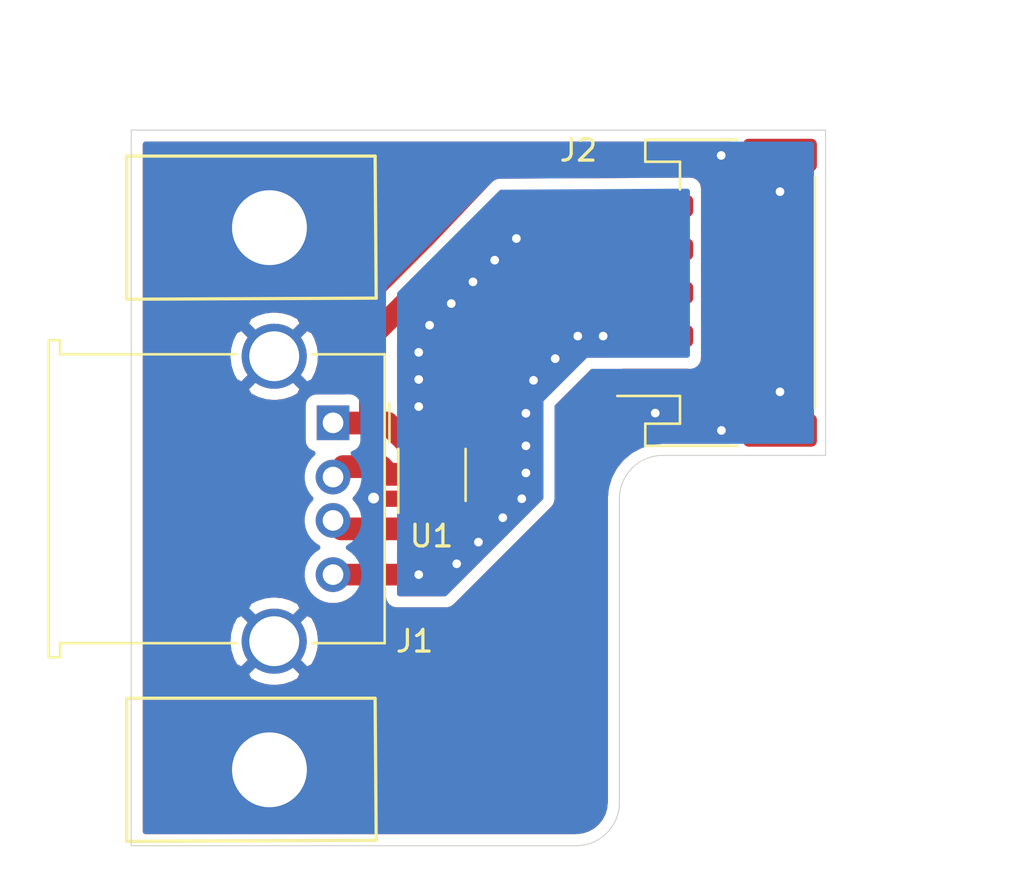
<source format=kicad_pcb>
(kicad_pcb (version 20171130) (host pcbnew "(5.1.9)-1")

  (general
    (thickness 1.6)
    (drawings 10)
    (tracks 72)
    (zones 0)
    (modules 5)
    (nets 6)
  )

  (page A4)
  (layers
    (0 F.Cu signal)
    (31 B.Cu signal)
    (32 B.Adhes user)
    (33 F.Adhes user)
    (34 B.Paste user)
    (35 F.Paste user)
    (36 B.SilkS user)
    (37 F.SilkS user)
    (38 B.Mask user)
    (39 F.Mask user)
    (40 Dwgs.User user)
    (41 Cmts.User user)
    (42 Eco1.User user)
    (43 Eco2.User user)
    (44 Edge.Cuts user)
    (45 Margin user)
    (46 B.CrtYd user)
    (47 F.CrtYd user)
    (48 B.Fab user)
    (49 F.Fab user)
  )

  (setup
    (last_trace_width 0.25)
    (trace_clearance 0.2)
    (zone_clearance 0.508)
    (zone_45_only no)
    (trace_min 0.2)
    (via_size 0.8)
    (via_drill 0.4)
    (via_min_size 0.4)
    (via_min_drill 0.3)
    (uvia_size 0.3)
    (uvia_drill 0.1)
    (uvias_allowed no)
    (uvia_min_size 0.2)
    (uvia_min_drill 0.1)
    (edge_width 0.05)
    (segment_width 0.2)
    (pcb_text_width 0.3)
    (pcb_text_size 1.5 1.5)
    (mod_edge_width 0.12)
    (mod_text_size 1 1)
    (mod_text_width 0.15)
    (pad_size 5 5)
    (pad_drill 3.45)
    (pad_to_mask_clearance 0)
    (aux_axis_origin 0 0)
    (visible_elements 7FFFFFFF)
    (pcbplotparams
      (layerselection 0x010fc_ffffffff)
      (usegerberextensions false)
      (usegerberattributes true)
      (usegerberadvancedattributes true)
      (creategerberjobfile true)
      (excludeedgelayer true)
      (linewidth 0.100000)
      (plotframeref false)
      (viasonmask false)
      (mode 1)
      (useauxorigin false)
      (hpglpennumber 1)
      (hpglpenspeed 20)
      (hpglpendiameter 15.000000)
      (psnegative false)
      (psa4output false)
      (plotreference true)
      (plotvalue true)
      (plotinvisibletext false)
      (padsonsilk false)
      (subtractmaskfromsilk false)
      (outputformat 1)
      (mirror false)
      (drillshape 0)
      (scaleselection 1)
      (outputdirectory "plot/"))
  )

  (net 0 "")
  (net 1 GND)
  (net 2 Earth)
  (net 3 /D+)
  (net 4 /D-)
  (net 5 VBUS)

  (net_class Default "This is the default net class."
    (clearance 0.2)
    (trace_width 0.25)
    (via_dia 0.8)
    (via_drill 0.4)
    (uvia_dia 0.3)
    (uvia_drill 0.1)
    (add_net /D+)
    (add_net /D-)
    (add_net Earth)
    (add_net GND)
    (add_net VBUS)
  )

  (module Connector_JST:JST_PH_S5B-PH-SM4-TB_1x05-1MP_P2.00mm_Horizontal (layer F.Cu) (tedit 5B78AD87) (tstamp 6063414C)
    (at 115.5 67 90)
    (descr "JST PH series connector, S5B-PH-SM4-TB (http://www.jst-mfg.com/product/pdf/eng/ePH.pdf), generated with kicad-footprint-generator")
    (tags "connector JST PH top entry")
    (path /6063376C)
    (attr smd)
    (fp_text reference J2 (at 6.57 -6.39 180) (layer F.SilkS)
      (effects (font (size 1 1) (thickness 0.15)))
    )
    (fp_text value Conn_01x05_MountingPin (at 0 4.45 90) (layer F.Fab)
      (effects (font (size 1 1) (thickness 0.15)))
    )
    (fp_line (start -6.95 -3.2) (end -6.15 -3.2) (layer F.Fab) (width 0.1))
    (fp_line (start -6.15 -3.2) (end -6.15 -1.6) (layer F.Fab) (width 0.1))
    (fp_line (start -6.15 -1.6) (end 6.15 -1.6) (layer F.Fab) (width 0.1))
    (fp_line (start 6.15 -1.6) (end 6.15 -3.2) (layer F.Fab) (width 0.1))
    (fp_line (start 6.15 -3.2) (end 6.95 -3.2) (layer F.Fab) (width 0.1))
    (fp_line (start -7.06 0.94) (end -7.06 -3.31) (layer F.SilkS) (width 0.12))
    (fp_line (start -7.06 -3.31) (end -6.04 -3.31) (layer F.SilkS) (width 0.12))
    (fp_line (start -6.04 -3.31) (end -6.04 -1.71) (layer F.SilkS) (width 0.12))
    (fp_line (start -6.04 -1.71) (end -4.76 -1.71) (layer F.SilkS) (width 0.12))
    (fp_line (start -4.76 -1.71) (end -4.76 -4.6) (layer F.SilkS) (width 0.12))
    (fp_line (start 7.06 0.94) (end 7.06 -3.31) (layer F.SilkS) (width 0.12))
    (fp_line (start 7.06 -3.31) (end 6.04 -3.31) (layer F.SilkS) (width 0.12))
    (fp_line (start 6.04 -3.31) (end 6.04 -1.71) (layer F.SilkS) (width 0.12))
    (fp_line (start 6.04 -1.71) (end 4.76 -1.71) (layer F.SilkS) (width 0.12))
    (fp_line (start -5.34 4.51) (end 5.34 4.51) (layer F.SilkS) (width 0.12))
    (fp_line (start -6.95 4.4) (end 6.95 4.4) (layer F.Fab) (width 0.1))
    (fp_line (start -6.95 -3.2) (end -6.95 4.4) (layer F.Fab) (width 0.1))
    (fp_line (start 6.95 -3.2) (end 6.95 4.4) (layer F.Fab) (width 0.1))
    (fp_line (start -7.6 -5.1) (end -7.6 5.1) (layer F.CrtYd) (width 0.05))
    (fp_line (start -7.6 5.1) (end 7.6 5.1) (layer F.CrtYd) (width 0.05))
    (fp_line (start 7.6 5.1) (end 7.6 -5.1) (layer F.CrtYd) (width 0.05))
    (fp_line (start 7.6 -5.1) (end -7.6 -5.1) (layer F.CrtYd) (width 0.05))
    (fp_line (start -4.5 -1.6) (end -4 -0.892893) (layer F.Fab) (width 0.1))
    (fp_line (start -4 -0.892893) (end -3.5 -1.6) (layer F.Fab) (width 0.1))
    (fp_text user %R (at 0 -1 90) (layer F.Fab)
      (effects (font (size 1 1) (thickness 0.15)))
    )
    (pad 1 smd roundrect (at -4 -2.85 90) (size 1 3.5) (layers F.Cu F.Paste F.Mask) (roundrect_rratio 0.25)
      (net 2 Earth))
    (pad 2 smd roundrect (at -2 -2.85 90) (size 1 3.5) (layers F.Cu F.Paste F.Mask) (roundrect_rratio 0.25)
      (net 1 GND))
    (pad 3 smd roundrect (at 0 -2.85 90) (size 1 3.5) (layers F.Cu F.Paste F.Mask) (roundrect_rratio 0.25)
      (net 3 /D+))
    (pad 4 smd roundrect (at 2 -2.85 90) (size 1 3.5) (layers F.Cu F.Paste F.Mask) (roundrect_rratio 0.25)
      (net 4 /D-))
    (pad 5 smd roundrect (at 4 -2.85 90) (size 1 3.5) (layers F.Cu F.Paste F.Mask) (roundrect_rratio 0.25)
      (net 5 VBUS))
    (pad MP smd roundrect (at -6.35 2.9 90) (size 1.5 3.4) (layers F.Cu F.Paste F.Mask) (roundrect_rratio 0.1666666666666667)
      (net 2 Earth))
    (pad MP smd roundrect (at 6.35 2.9 90) (size 1.5 3.4) (layers F.Cu F.Paste F.Mask) (roundrect_rratio 0.1666666666666667)
      (net 2 Earth))
    (model ${KISYS3DMOD}/Connector_JST.3dshapes/JST_PH_S5B-PH-SM4-TB_1x05-1MP_P2.00mm_Horizontal.wrl
      (at (xyz 0 0 0))
      (scale (xyz 1 1 1))
      (rotate (xyz 0 0 0))
    )
    (model ${KISYS3DMOD}/Connector_JST.3dshapes/JST_PH_S5B-PH-K_1x05_P2.00mm_Horizontal.step
      (offset (xyz -4 2 0))
      (scale (xyz 1 1 1))
      (rotate (xyz 0 0 0))
    )
  )

  (module si-mips-common:NXP_SOT143B (layer F.Cu) (tedit 605CC2AC) (tstamp 6081B373)
    (at 102.36 75.4 90)
    (descr SOT-143)
    (tags SOT-143)
    (path /60821172)
    (attr smd)
    (fp_text reference U1 (at -2.82 -0.02) (layer F.SilkS)
      (effects (font (size 1 1) (thickness 0.15)))
    )
    (fp_text value PRTR5V0U2X (at -0.28 2.48 90) (layer F.Fab)
      (effects (font (size 1 1) (thickness 0.15)))
    )
    (fp_line (start -2.05 1.75) (end -2.05 -1.75) (layer F.CrtYd) (width 0.05))
    (fp_line (start -2.05 1.75) (end 2.05 1.75) (layer F.CrtYd) (width 0.05))
    (fp_line (start 2.05 -1.75) (end -2.05 -1.75) (layer F.CrtYd) (width 0.05))
    (fp_line (start 2.05 -1.75) (end 2.05 1.75) (layer F.CrtYd) (width 0.05))
    (fp_line (start 1.2 -1.5) (end 1.2 1.5) (layer F.Fab) (width 0.1))
    (fp_line (start 1.2 1.5) (end -1.2 1.5) (layer F.Fab) (width 0.1))
    (fp_line (start -1.2 1.5) (end -1.2 -1) (layer F.Fab) (width 0.1))
    (fp_line (start -0.7 -1.5) (end 1.2 -1.5) (layer F.Fab) (width 0.1))
    (fp_line (start -1.2 -1) (end -0.7 -1.5) (layer F.Fab) (width 0.1))
    (fp_line (start 1.2 -1.55) (end -1.75 -1.55) (layer F.SilkS) (width 0.12))
    (fp_line (start -1.2 1.55) (end 1.2 1.55) (layer F.SilkS) (width 0.12))
    (fp_text user %R (at 0 0) (layer F.Fab)
      (effects (font (size 0.5 0.5) (thickness 0.075)))
    )
    (pad 1 smd rect (at -1.1 -0.77) (size 1 0.7) (layers F.Cu F.Paste F.Mask)
      (net 2 Earth))
    (pad 2 smd rect (at -1.1 0.95) (size 0.6 0.7) (layers F.Cu F.Paste F.Mask)
      (net 3 /D+))
    (pad 3 smd rect (at 1.1 0.95) (size 0.6 0.7) (layers F.Cu F.Paste F.Mask)
      (net 4 /D-))
    (pad 4 smd rect (at 1.1 -0.95) (size 0.6 0.7) (layers F.Cu F.Paste F.Mask)
      (net 5 VBUS))
    (model ${KISYS3DMOD}/Package_TO_SOT_SMD.3dshapes/SOT-143.wrl
      (at (xyz 0 0 0))
      (scale (xyz 1 1 1))
      (rotate (xyz 0 0 0))
    )
  )

  (module Connector_USB:USB_A_Molex_67643_Horizontal (layer F.Cu) (tedit 5EA03975) (tstamp 6063346A)
    (at 97.8 73 270)
    (descr "USB type A, Horizontal, https://www.molex.com/pdm_docs/sd/676433910_sd.pdf")
    (tags "USB_A Female Connector receptacle")
    (path /60632DC5)
    (fp_text reference J1 (at 10.07 -3.76) (layer F.SilkS)
      (effects (font (size 1 1) (thickness 0.15)))
    )
    (fp_text value USB_A (at 3.5 14.5 90) (layer F.Fab)
      (effects (font (size 1 1) (thickness 0.15)))
    )
    (fp_line (start 0 -1.27) (end 1 -2.27) (layer F.Fab) (width 0.1))
    (fp_line (start -1 -2.27) (end 0 -1.27) (layer F.Fab) (width 0.1))
    (fp_line (start -0.9 -2.6) (end 0.9 -2.6) (layer F.SilkS) (width 0.12))
    (fp_line (start -3.05 12.69) (end -3.7 12.69) (layer F.Fab) (width 0.1))
    (fp_line (start 10.81 12.58) (end 10.16 12.58) (layer F.SilkS) (width 0.12))
    (fp_line (start -3.81 12.58) (end -3.81 13.1) (layer F.SilkS) (width 0.12))
    (fp_line (start 10.16 4.47) (end 10.16 12.58) (layer F.SilkS) (width 0.12))
    (fp_line (start -3.81 13.1) (end 10.81 13.1) (layer F.SilkS) (width 0.12))
    (fp_line (start 10.81 13.1) (end 10.81 12.58) (layer F.SilkS) (width 0.12))
    (fp_line (start -3.05 12.69) (end -3.05 -2.27) (layer F.Fab) (width 0.1))
    (fp_line (start 10.16 -2.38) (end 10.16 0.95) (layer F.SilkS) (width 0.12))
    (fp_line (start -3.16 -2.38) (end -3.16 0.95) (layer F.SilkS) (width 0.12))
    (fp_line (start -3.16 -2.38) (end 10.16 -2.38) (layer F.SilkS) (width 0.12))
    (fp_line (start -3.55 12.19) (end -3.55 4.66) (layer F.CrtYd) (width 0.05))
    (fp_line (start -4.2 12.19) (end -3.55 12.19) (layer F.CrtYd) (width 0.05))
    (fp_line (start -4.2 13.49) (end -4.2 12.19) (layer F.CrtYd) (width 0.05))
    (fp_line (start 10.55 12.19) (end 10.55 4.66) (layer F.CrtYd) (width 0.05))
    (fp_line (start 11.2 12.19) (end 10.55 12.19) (layer F.CrtYd) (width 0.05))
    (fp_line (start 11.2 13.49) (end 11.2 12.19) (layer F.CrtYd) (width 0.05))
    (fp_line (start -4.2 13.49) (end 11.2 13.49) (layer F.CrtYd) (width 0.05))
    (fp_line (start -3.55 -2.77) (end -3.55 0.76) (layer F.CrtYd) (width 0.05))
    (fp_line (start 10.55 -2.77) (end 10.55 0.76) (layer F.CrtYd) (width 0.05))
    (fp_line (start -3.55 -2.77) (end 10.55 -2.77) (layer F.CrtYd) (width 0.05))
    (fp_line (start -3.05 9.27) (end 10.05 9.27) (layer F.Fab) (width 0.1))
    (fp_line (start 10.7 12.69) (end 10.05 12.69) (layer F.Fab) (width 0.1))
    (fp_line (start 10.7 12.99) (end 10.7 12.69) (layer F.Fab) (width 0.1))
    (fp_line (start -3.7 12.99) (end 10.7 12.99) (layer F.Fab) (width 0.1))
    (fp_line (start -3.7 12.69) (end -3.7 12.99) (layer F.Fab) (width 0.1))
    (fp_line (start -3.16 12.58) (end -3.81 12.58) (layer F.SilkS) (width 0.12))
    (fp_line (start -3.16 12.58) (end -3.16 4.47) (layer F.SilkS) (width 0.12))
    (fp_line (start 10.05 -2.27) (end 10.05 12.69) (layer F.Fab) (width 0.1))
    (fp_line (start -3.05 -2.27) (end 10.05 -2.27) (layer F.Fab) (width 0.1))
    (fp_arc (start 10.07 2.71) (end 10.55 4.66) (angle -152.3426981) (layer F.CrtYd) (width 0.05))
    (fp_arc (start -3.07 2.71) (end -3.55 0.76) (angle -152.3426981) (layer F.CrtYd) (width 0.05))
    (fp_text user %R (at 3.5 3.7 90) (layer F.Fab)
      (effects (font (size 1 1) (thickness 0.15)))
    )
    (pad 4 thru_hole circle (at 7 0 270) (size 1.6 1.6) (drill 0.95) (layers *.Cu *.Mask)
      (net 1 GND))
    (pad 3 thru_hole circle (at 4.5 0 270) (size 1.6 1.6) (drill 0.95) (layers *.Cu *.Mask)
      (net 3 /D+))
    (pad 2 thru_hole circle (at 2.5 0 270) (size 1.6 1.6) (drill 0.95) (layers *.Cu *.Mask)
      (net 4 /D-))
    (pad 1 thru_hole rect (at 0 0 270) (size 1.6 1.5) (drill 0.95) (layers *.Cu *.Mask)
      (net 5 VBUS))
    (pad 5 thru_hole circle (at 10.07 2.71 270) (size 3 3) (drill 2.3) (layers *.Cu *.Mask)
      (net 2 Earth))
    (pad 5 thru_hole circle (at -3.07 2.71 270) (size 3 3) (drill 2.3) (layers *.Cu *.Mask)
      (net 2 Earth))
    (model ${KIPRJMOD}/step/molex-usb-a-676433910.stp
      (offset (xyz 3.5 2.25 0.57))
      (scale (xyz 1 1 1))
      (rotate (xyz -90 0 0))
    )
  )

  (module si-mips-usb-a-if:keystone-616 (layer F.Cu) (tedit 6063AF79) (tstamp 6063A4A2)
    (at 88.14 64 270)
    (zone_connect 2)
    (fp_text reference H1 (at 0.1 -12.66 270) (layer F.SilkS) hide
      (effects (font (size 1 1) (thickness 0.15)))
    )
    (fp_text value keystone-616 (at 0 4.5 90) (layer F.Fab)
      (effects (font (size 1 1) (thickness 0.15)))
    )
    (fp_line (start -3.3 -0.15) (end 3.3 -0.15) (layer F.SilkS) (width 0.15))
    (fp_line (start -3.3 -11.6) (end -3.3 -0.15) (layer F.SilkS) (width 0.15))
    (fp_line (start 3.25 -11.65) (end -3.3 -11.6) (layer F.SilkS) (width 0.15))
    (fp_line (start 3.3 -0.15) (end 3.25 -11.65) (layer F.SilkS) (width 0.15))
    (fp_line (start -3.15 -1.2) (end 3.15 -1.2) (layer Dwgs.User) (width 0.12))
    (fp_line (start -3.175 0) (end 3.175 0) (layer F.Fab) (width 0.12))
    (fp_line (start -3.175 -11.51) (end -3.175 0) (layer F.Fab) (width 0.12))
    (fp_line (start 3.175 -11.51) (end 3.175 0) (layer F.Fab) (width 0.12))
    (fp_line (start -3.175 -11.51) (end 3.175 -11.51) (layer F.Fab) (width 0.12))
    (fp_text user %R (at 0.3 0 90) (layer F.Fab)
      (effects (font (size 1 1) (thickness 0.15)))
    )
    (pad 1 thru_hole circle (at 0 -6.73 270) (size 5 5) (drill 3.45) (layers *.Cu *.Mask)
      (net 2 Earth) (zone_connect 2))
    (model ${KIPRJMOD}/step/keystone-PN616.STEP
      (offset (xyz 3.175 1.2 1.2))
      (scale (xyz 1 1 1))
      (rotate (xyz 0 90 0))
    )
  )

  (module usb-a-if:keystone-616 (layer F.Cu) (tedit 6063AFAA) (tstamp 6063A470)
    (at 88.14 89 270)
    (zone_connect 2)
    (fp_text reference H2 (at 0 1.87 90) (layer F.SilkS) hide
      (effects (font (size 1 1) (thickness 0.15)))
    )
    (fp_text value keystone-616 (at 0 4.5 90) (layer F.Fab)
      (effects (font (size 1 1) (thickness 0.15)))
    )
    (fp_line (start -3.3 -0.15) (end 3.3 -0.15) (layer F.SilkS) (width 0.15))
    (fp_line (start -3.3 -11.6) (end -3.3 -0.15) (layer F.SilkS) (width 0.15))
    (fp_line (start 3.25 -11.65) (end -3.3 -11.6) (layer F.SilkS) (width 0.15))
    (fp_line (start 3.3 -0.15) (end 3.25 -11.65) (layer F.SilkS) (width 0.15))
    (fp_line (start -3.15 -1.2) (end 3.15 -1.2) (layer Dwgs.User) (width 0.12))
    (fp_line (start -3.175 0) (end 3.175 0) (layer F.Fab) (width 0.12))
    (fp_line (start -3.175 -11.51) (end -3.175 0) (layer F.Fab) (width 0.12))
    (fp_line (start 3.175 -11.51) (end 3.175 0) (layer F.Fab) (width 0.12))
    (fp_line (start -3.175 -11.51) (end 3.175 -11.51) (layer F.Fab) (width 0.12))
    (fp_text user %R (at -0.3 -12.86 90) (layer F.Fab)
      (effects (font (size 1 1) (thickness 0.15)))
    )
    (pad 1 thru_hole circle (at 0 -6.73 270) (size 5 5) (drill 3.45) (layers *.Cu *.Mask)
      (net 2 Earth) (zone_connect 2))
    (model ${KIPRJMOD}/step/keystone-PN616.STEP
      (offset (xyz 3.175 1.2 1.2))
      (scale (xyz 1 1 1))
      (rotate (xyz 0 90 0))
    )
  )

  (gr_arc (start 109 90.5) (end 109 92.5) (angle -90) (layer Edge.Cuts) (width 0.05))
  (dimension 32 (width 0.15) (layer Dwgs.User)
    (gr_text "32.000 mm" (at 104.5 54.2) (layer Dwgs.User)
      (effects (font (size 1 1) (thickness 0.15)))
    )
    (feature1 (pts (xy 120.5 59.5) (xy 120.5 54.913579)))
    (feature2 (pts (xy 88.5 59.5) (xy 88.5 54.913579)))
    (crossbar (pts (xy 88.5 55.5) (xy 120.5 55.5)))
    (arrow1a (pts (xy 120.5 55.5) (xy 119.373496 56.086421)))
    (arrow1b (pts (xy 120.5 55.5) (xy 119.373496 54.913579)))
    (arrow2a (pts (xy 88.5 55.5) (xy 89.626504 56.086421)))
    (arrow2b (pts (xy 88.5 55.5) (xy 89.626504 54.913579)))
  )
  (gr_arc (start 113 76.5) (end 113 74.5) (angle -90) (layer Edge.Cuts) (width 0.05))
  (gr_line (start 111 76.5) (end 111 90.5) (layer Edge.Cuts) (width 0.05) (tstamp 6063A5A3))
  (gr_line (start 120.5 74.5) (end 113 74.5) (layer Edge.Cuts) (width 0.05))
  (dimension 33 (width 0.15) (layer Dwgs.User)
    (gr_text "33.000 mm" (at 128.3 76 270) (layer Dwgs.User)
      (effects (font (size 1 1) (thickness 0.15)))
    )
    (feature1 (pts (xy 120 92.5) (xy 127.586421 92.5)))
    (feature2 (pts (xy 120 59.5) (xy 127.586421 59.5)))
    (crossbar (pts (xy 127 59.5) (xy 127 92.5)))
    (arrow1a (pts (xy 127 92.5) (xy 126.413579 91.373496)))
    (arrow1b (pts (xy 127 92.5) (xy 127.586421 91.373496)))
    (arrow2a (pts (xy 127 59.5) (xy 126.413579 60.626504)))
    (arrow2b (pts (xy 127 59.5) (xy 127.586421 60.626504)))
  )
  (gr_line (start 88.5 59.5) (end 88.5 92.5) (layer Edge.Cuts) (width 0.05) (tstamp 6063A65C))
  (gr_line (start 109 92.5) (end 88.5 92.5) (layer Edge.Cuts) (width 0.05))
  (gr_line (start 120.5 59.5) (end 120.5 74.5) (layer Edge.Cuts) (width 0.05))
  (gr_line (start 88.5 59.5) (end 120.5 59.5) (layer Edge.Cuts) (width 0.05))

  (segment (start 106.69 76.31) (end 106.5 76.5) (width 1) (layer F.Cu) (net 1))
  (segment (start 103 80) (end 101.75 80) (width 1) (layer F.Cu) (net 1))
  (segment (start 106.69 71.39) (end 106.69 72.56) (width 1) (layer F.Cu) (net 1))
  (segment (start 109.08 69) (end 108.04 70.04) (width 1) (layer F.Cu) (net 1))
  (segment (start 112.65 69) (end 110.25 69) (width 1) (layer F.Cu) (net 1))
  (via (at 106.25 64.5) (size 0.8) (drill 0.4) (layers F.Cu B.Cu) (net 1))
  (via (at 105.25 65.5) (size 0.8) (drill 0.4) (layers F.Cu B.Cu) (net 1))
  (via (at 104.25 66.5) (size 0.8) (drill 0.4) (layers F.Cu B.Cu) (net 1))
  (via (at 103.25 67.5) (size 0.8) (drill 0.4) (layers F.Cu B.Cu) (net 1))
  (via (at 102.25 68.5) (size 0.8) (drill 0.4) (layers F.Cu B.Cu) (net 1))
  (via (at 101.75 69.75) (size 0.8) (drill 0.4) (layers F.Cu B.Cu) (net 1))
  (via (at 101.75 71) (size 0.8) (drill 0.4) (layers F.Cu B.Cu) (net 1))
  (via (at 101.75 72.25) (size 0.8) (drill 0.4) (layers F.Cu B.Cu) (net 1))
  (segment (start 109.08 69) (end 109.08 69) (width 1) (layer F.Cu) (net 1) (tstamp 6081C6BF))
  (via (at 109.08 69) (size 0.8) (drill 0.4) (layers F.Cu B.Cu) (net 1))
  (segment (start 110.25 69) (end 109.08 69) (width 1) (layer F.Cu) (net 1) (tstamp 6081C6C1))
  (via (at 110.25 69) (size 0.8) (drill 0.4) (layers F.Cu B.Cu) (net 1))
  (segment (start 108.04 70.04) (end 107.04 71.04) (width 1) (layer F.Cu) (net 1) (tstamp 6081C6C3))
  (via (at 108.04 70.04) (size 0.8) (drill 0.4) (layers F.Cu B.Cu) (net 1))
  (segment (start 107.04 71.04) (end 106.69 71.39) (width 1) (layer F.Cu) (net 1) (tstamp 6081C6C5))
  (via (at 107.04 71.04) (size 0.8) (drill 0.4) (layers F.Cu B.Cu) (net 1))
  (segment (start 106.69 72.56) (end 106.69 74.06) (width 1) (layer F.Cu) (net 1) (tstamp 6081C6C7))
  (via (at 106.69 72.56) (size 0.8) (drill 0.4) (layers F.Cu B.Cu) (net 1))
  (segment (start 106.69 74.06) (end 106.69 75.31) (width 1) (layer F.Cu) (net 1) (tstamp 6081C6C9))
  (via (at 106.69 74.06) (size 0.8) (drill 0.4) (layers F.Cu B.Cu) (net 1))
  (segment (start 106.69 75.31) (end 106.69 76.31) (width 1) (layer F.Cu) (net 1) (tstamp 6081C6CB))
  (via (at 106.69 75.31) (size 0.8) (drill 0.4) (layers F.Cu B.Cu) (net 1))
  (segment (start 106.5 76.5) (end 105.625 77.375) (width 1) (layer F.Cu) (net 1) (tstamp 6081C6CD))
  (via (at 106.5 76.5) (size 0.8) (drill 0.4) (layers F.Cu B.Cu) (net 1))
  (segment (start 105.625 77.375) (end 104.5 78.5) (width 1) (layer F.Cu) (net 1) (tstamp 6081C6CF))
  (via (at 105.625 77.375) (size 0.8) (drill 0.4) (layers F.Cu B.Cu) (net 1))
  (segment (start 104.5 78.5) (end 103.5 79.5) (width 1) (layer F.Cu) (net 1) (tstamp 6081C6D1))
  (via (at 104.5 78.5) (size 0.8) (drill 0.4) (layers F.Cu B.Cu) (net 1))
  (segment (start 103.5 79.5) (end 103 80) (width 1) (layer F.Cu) (net 1) (tstamp 6081C6D3))
  (via (at 103.5 79.5) (size 0.8) (drill 0.4) (layers F.Cu B.Cu) (net 1))
  (segment (start 101.75 80) (end 99.75 80) (width 1) (layer F.Cu) (net 1) (tstamp 6081C6D5))
  (via (at 101.75 80) (size 0.8) (drill 0.4) (layers F.Cu B.Cu) (net 1))
  (segment (start 99.75 80) (end 97.8 80) (width 1) (layer F.Cu) (net 1) (tstamp 6081C6D7))
  (via (at 118.4 71.57) (size 0.8) (drill 0.4) (layers F.Cu B.Cu) (net 2))
  (via (at 115.7 73.35) (size 0.8) (drill 0.4) (layers F.Cu B.Cu) (net 2))
  (via (at 112.65 72.55) (size 0.8) (drill 0.4) (layers F.Cu B.Cu) (net 2))
  (via (at 118.4 62.34) (size 0.8) (drill 0.4) (layers F.Cu B.Cu) (net 2))
  (via (at 115.69 60.67) (size 0.8) (drill 0.4) (layers F.Cu B.Cu) (net 2))
  (via (at 99.67 76.47) (size 1) (drill 0.5) (layers F.Cu B.Cu) (net 2))
  (segment (start 101.59 76.5) (end 99.7 76.5) (width 0.75) (layer F.Cu) (net 2))
  (segment (start 99.7 76.5) (end 99.67 76.47) (width 0.75) (layer F.Cu) (net 2))
  (segment (start 104.7 70.125) (end 107.825 67) (width 1.05) (layer F.Cu) (net 3))
  (segment (start 104.7 74.85) (end 104.7 70.125) (width 1.05) (layer F.Cu) (net 3))
  (segment (start 107.825 67) (end 112.65 67) (width 1.05) (layer F.Cu) (net 3))
  (segment (start 103.31 76.24) (end 104.7 74.85) (width 1.05) (layer F.Cu) (net 3))
  (segment (start 102.3 77.89) (end 103.31 76.88) (width 1.05) (layer F.Cu) (net 3))
  (segment (start 98.19 77.89) (end 102.3 77.89) (width 1.05) (layer F.Cu) (net 3))
  (segment (start 103.31 76.88) (end 103.31 76.24) (width 1.05) (layer F.Cu) (net 3))
  (segment (start 97.8 77.5) (end 98.19 77.89) (width 1.05) (layer F.Cu) (net 3))
  (segment (start 103.31 74.3) (end 103.31 74.31) (width 1.05) (layer F.Cu) (net 4))
  (segment (start 103.28 74.3) (end 103.31 74.3) (width 1.05) (layer F.Cu) (net 4))
  (segment (start 102.204999 75.375001) (end 103.28 74.3) (width 1.05) (layer F.Cu) (net 4))
  (segment (start 100.365001 75.375001) (end 102.204999 75.375001) (width 1.05) (layer F.Cu) (net 4))
  (segment (start 100.01 75.02) (end 100.365001 75.375001) (width 1.05) (layer F.Cu) (net 4))
  (segment (start 98.28 75.02) (end 100.01 75.02) (width 1.05) (layer F.Cu) (net 4))
  (segment (start 97.8 75.5) (end 98.28 75.02) (width 1.05) (layer F.Cu) (net 4))
  (segment (start 112.65 65) (end 107.79 65) (width 1.05) (layer F.Cu) (net 4))
  (segment (start 107.79 65) (end 103.31 69.48) (width 1.05) (layer F.Cu) (net 4))
  (segment (start 103.31 69.48) (end 103.31 74.27) (width 1.05) (layer F.Cu) (net 4))
  (segment (start 103.31 74.27) (end 103.31 74.3) (width 1.05) (layer F.Cu) (net 4))
  (segment (start 100.295009 73.01) (end 101.41 74.124991) (width 1.05) (layer F.Cu) (net 5))
  (segment (start 97.81 73.01) (end 100.295009 73.01) (width 1.05) (layer F.Cu) (net 5))
  (segment (start 97.8 73) (end 97.81 73.01) (width 1.05) (layer F.Cu) (net 5))
  (segment (start 99.5 73) (end 97.8 73) (width 1) (layer F.Cu) (net 5))
  (segment (start 99.5 69.1) (end 99.5 73) (width 1) (layer F.Cu) (net 5))
  (segment (start 105.6 63) (end 99.5 69.1) (width 1) (layer F.Cu) (net 5))
  (segment (start 112.65 63) (end 105.6 63) (width 1) (layer F.Cu) (net 5))

  (zone (net 2) (net_name Earth) (layer F.Cu) (tstamp 61005E3B) (hatch edge 0.508)
    (connect_pads (clearance 0.508))
    (min_thickness 0.254)
    (fill yes (arc_segments 32) (thermal_gap 0.508) (thermal_bridge_width 0.508))
    (polygon
      (pts
        (xy 120.5 74.5) (xy 113.4 74.5) (xy 111 76.5) (xy 111 92.4) (xy 88.5 92.5)
        (xy 88.5 59.5) (xy 120.5 59.5)
      )
    )
    (filled_polygon
      (pts
        (xy 116.065 60.36425) (xy 116.22375 60.523) (xy 118.273 60.523) (xy 118.273 60.503) (xy 118.527 60.503)
        (xy 118.527 60.523) (xy 118.547 60.523) (xy 118.547 60.777) (xy 118.527 60.777) (xy 118.527 61.87625)
        (xy 118.68575 62.035) (xy 119.84 62.037507) (xy 119.840001 71.962493) (xy 118.68575 71.965) (xy 118.527 72.12375)
        (xy 118.527 73.223) (xy 118.547 73.223) (xy 118.547 73.477) (xy 118.527 73.477) (xy 118.527 73.497)
        (xy 118.273 73.497) (xy 118.273 73.477) (xy 116.22375 73.477) (xy 116.065 73.63575) (xy 116.063648 73.84)
        (xy 112.967581 73.84) (xy 112.938627 73.842852) (xy 112.926219 73.842765) (xy 112.917047 73.843665) (xy 112.528855 73.884466)
        (xy 112.470299 73.896486) (xy 112.411498 73.907702) (xy 112.402677 73.910366) (xy 112.029802 74.02579) (xy 111.974647 74.048975)
        (xy 111.919194 74.071379) (xy 111.911062 74.075704) (xy 111.911057 74.075706) (xy 111.911053 74.075709) (xy 111.567702 74.261357)
        (xy 111.518101 74.294813) (xy 111.468054 74.327563) (xy 111.460913 74.333387) (xy 111.160158 74.582194) (xy 111.118019 74.624629)
        (xy 111.075269 74.666492) (xy 111.069396 74.673593) (xy 110.822695 74.976077) (xy 110.789598 75.025893) (xy 110.755795 75.075259)
        (xy 110.751413 75.083365) (xy 110.568163 75.428007) (xy 110.545368 75.483313) (xy 110.521802 75.538296) (xy 110.519077 75.547099)
        (xy 110.406259 75.92077) (xy 110.394639 75.979458) (xy 110.382203 76.037961) (xy 110.38124 76.047126) (xy 110.34315 76.435595)
        (xy 110.34 76.467582) (xy 110.340001 90.467711) (xy 110.311375 90.75966) (xy 110.235965 91.009429) (xy 110.113477 91.239794)
        (xy 109.948579 91.441979) (xy 109.747546 91.608288) (xy 109.518046 91.732378) (xy 109.268805 91.809531) (xy 108.978911 91.84)
        (xy 89.16 91.84) (xy 89.16 84.561653) (xy 93.777952 84.561653) (xy 93.933962 84.877214) (xy 94.308745 85.06802)
        (xy 94.713551 85.182044) (xy 95.132824 85.214902) (xy 95.550451 85.165334) (xy 95.950383 85.035243) (xy 96.246038 84.877214)
        (xy 96.402048 84.561653) (xy 95.09 83.249605) (xy 93.777952 84.561653) (xy 89.16 84.561653) (xy 89.16 83.112824)
        (xy 92.945098 83.112824) (xy 92.994666 83.530451) (xy 93.124757 83.930383) (xy 93.282786 84.226038) (xy 93.598347 84.382048)
        (xy 94.910395 83.07) (xy 95.269605 83.07) (xy 96.581653 84.382048) (xy 96.897214 84.226038) (xy 97.08802 83.851255)
        (xy 97.202044 83.446449) (xy 97.234902 83.027176) (xy 97.185334 82.609549) (xy 97.055243 82.209617) (xy 96.897214 81.913962)
        (xy 96.581653 81.757952) (xy 95.269605 83.07) (xy 94.910395 83.07) (xy 93.598347 81.757952) (xy 93.282786 81.913962)
        (xy 93.09198 82.288745) (xy 92.977956 82.693551) (xy 92.945098 83.112824) (xy 89.16 83.112824) (xy 89.16 81.578347)
        (xy 93.777952 81.578347) (xy 95.09 82.890395) (xy 96.402048 81.578347) (xy 96.246038 81.262786) (xy 95.871255 81.07198)
        (xy 95.466449 80.957956) (xy 95.047176 80.925098) (xy 94.629549 80.974666) (xy 94.229617 81.104757) (xy 93.933962 81.262786)
        (xy 93.777952 81.578347) (xy 89.16 81.578347) (xy 89.16 75.358665) (xy 96.365 75.358665) (xy 96.365 75.641335)
        (xy 96.420147 75.918574) (xy 96.52832 76.179727) (xy 96.685363 76.414759) (xy 96.770604 76.5) (xy 96.685363 76.585241)
        (xy 96.52832 76.820273) (xy 96.420147 77.081426) (xy 96.365 77.358665) (xy 96.365 77.641335) (xy 96.420147 77.918574)
        (xy 96.52832 78.179727) (xy 96.685363 78.414759) (xy 96.885241 78.614637) (xy 97.087827 78.75) (xy 96.885241 78.885363)
        (xy 96.685363 79.085241) (xy 96.52832 79.320273) (xy 96.420147 79.581426) (xy 96.365 79.858665) (xy 96.365 80.141335)
        (xy 96.420147 80.418574) (xy 96.52832 80.679727) (xy 96.685363 80.914759) (xy 96.885241 81.114637) (xy 97.120273 81.27168)
        (xy 97.381426 81.379853) (xy 97.658665 81.435) (xy 97.941335 81.435) (xy 98.218574 81.379853) (xy 98.479727 81.27168)
        (xy 98.684284 81.135) (xy 100.130574 81.135) (xy 100.163336 81.243004) (xy 100.222017 81.352787) (xy 100.300987 81.449013)
        (xy 100.397213 81.527983) (xy 100.506996 81.586664) (xy 100.626118 81.622799) (xy 100.75 81.635) (xy 103 81.635)
        (xy 103.123882 81.622799) (xy 103.243004 81.586664) (xy 103.352787 81.527983) (xy 103.449013 81.449013) (xy 107.949013 76.949013)
        (xy 108.027983 76.852787) (xy 108.086664 76.743004) (xy 108.122799 76.623882) (xy 108.135 76.5) (xy 108.135 72.6)
        (xy 116.061928 72.6) (xy 116.065 73.06425) (xy 116.22375 73.223) (xy 118.273 73.223) (xy 118.273 72.12375)
        (xy 118.11425 71.965) (xy 116.7 71.961928) (xy 116.575518 71.974188) (xy 116.45582 72.010498) (xy 116.345506 72.069463)
        (xy 116.248815 72.148815) (xy 116.169463 72.245506) (xy 116.110498 72.35582) (xy 116.074188 72.475518) (xy 116.061928 72.6)
        (xy 108.135 72.6) (xy 108.135 72.263026) (xy 108.898026 71.5) (xy 110.261928 71.5) (xy 110.274188 71.624482)
        (xy 110.310498 71.74418) (xy 110.369463 71.854494) (xy 110.448815 71.951185) (xy 110.545506 72.030537) (xy 110.65582 72.089502)
        (xy 110.775518 72.125812) (xy 110.9 72.138072) (xy 112.36425 72.135) (xy 112.523 71.97625) (xy 112.523 71.127)
        (xy 112.777 71.127) (xy 112.777 71.97625) (xy 112.93575 72.135) (xy 114.4 72.138072) (xy 114.524482 72.125812)
        (xy 114.64418 72.089502) (xy 114.754494 72.030537) (xy 114.851185 71.951185) (xy 114.930537 71.854494) (xy 114.989502 71.74418)
        (xy 115.025812 71.624482) (xy 115.038072 71.5) (xy 115.035 71.28575) (xy 114.87625 71.127) (xy 112.777 71.127)
        (xy 112.523 71.127) (xy 110.42375 71.127) (xy 110.265 71.28575) (xy 110.261928 71.5) (xy 108.898026 71.5)
        (xy 109.763026 70.635) (xy 110.263864 70.635) (xy 110.265 70.71425) (xy 110.42375 70.873) (xy 112.523 70.873)
        (xy 112.523 70.853) (xy 112.777 70.853) (xy 112.777 70.873) (xy 114.87625 70.873) (xy 115.035 70.71425)
        (xy 115.038072 70.5) (xy 115.025812 70.375518) (xy 114.989502 70.25582) (xy 114.930537 70.145506) (xy 114.877084 70.080373)
        (xy 114.885 70) (xy 114.885 69.747535) (xy 114.888405 69.743386) (xy 114.970472 69.58985) (xy 115.021008 69.423254)
        (xy 115.038072 69.25) (xy 115.038072 68.75) (xy 115.021008 68.576746) (xy 114.970472 68.41015) (xy 114.888405 68.256614)
        (xy 114.885 68.252465) (xy 114.885 67.747535) (xy 114.888405 67.743386) (xy 114.970472 67.58985) (xy 115.021008 67.423254)
        (xy 115.038072 67.25) (xy 115.038072 66.75) (xy 115.021008 66.576746) (xy 114.970472 66.41015) (xy 114.888405 66.256614)
        (xy 114.885 66.252465) (xy 114.885 65.747535) (xy 114.888405 65.743386) (xy 114.970472 65.58985) (xy 115.021008 65.423254)
        (xy 115.038072 65.25) (xy 115.038072 64.75) (xy 115.021008 64.576746) (xy 114.970472 64.41015) (xy 114.888405 64.256614)
        (xy 114.885 64.252465) (xy 114.885 63.747535) (xy 114.888405 63.743386) (xy 114.970472 63.58985) (xy 115.021008 63.423254)
        (xy 115.038072 63.25) (xy 115.038072 62.75) (xy 115.021008 62.576746) (xy 114.970472 62.41015) (xy 114.888405 62.256614)
        (xy 114.885 62.252465) (xy 114.885 62.2) (xy 114.872081 62.072561) (xy 114.835265 61.953648) (xy 114.775959 61.844202)
        (xy 114.69644 61.748429) (xy 114.599764 61.67001) (xy 114.489648 61.611958) (xy 114.370322 61.576504) (xy 114.246371 61.56501)
        (xy 105.496371 61.61501) (xy 105.360194 61.630581) (xy 105.242038 61.669758) (xy 105.133795 61.731233) (xy 105.039625 61.812644)
        (xy 102.330248 64.66462) (xy 98.736865 68.258004) (xy 98.693551 68.293551) (xy 98.551716 68.466377) (xy 98.450475 68.655788)
        (xy 98.446324 68.663554) (xy 98.381423 68.877502) (xy 98.359509 69.1) (xy 98.365 69.155752) (xy 98.365001 71.561928)
        (xy 97.05 71.561928) (xy 96.925518 71.574188) (xy 96.80582 71.610498) (xy 96.695506 71.669463) (xy 96.598815 71.748815)
        (xy 96.519463 71.845506) (xy 96.460498 71.95582) (xy 96.424188 72.075518) (xy 96.411928 72.2) (xy 96.411928 73.8)
        (xy 96.424188 73.924482) (xy 96.460498 74.04418) (xy 96.519463 74.154494) (xy 96.598815 74.251185) (xy 96.695506 74.330537)
        (xy 96.80582 74.389502) (xy 96.863581 74.407023) (xy 96.685363 74.585241) (xy 96.52832 74.820273) (xy 96.420147 75.081426)
        (xy 96.365 75.358665) (xy 89.16 75.358665) (xy 89.16 71.421653) (xy 93.777952 71.421653) (xy 93.933962 71.737214)
        (xy 94.308745 71.92802) (xy 94.713551 72.042044) (xy 95.132824 72.074902) (xy 95.550451 72.025334) (xy 95.950383 71.895243)
        (xy 96.246038 71.737214) (xy 96.402048 71.421653) (xy 95.09 70.109605) (xy 93.777952 71.421653) (xy 89.16 71.421653)
        (xy 89.16 69.972824) (xy 92.945098 69.972824) (xy 92.994666 70.390451) (xy 93.124757 70.790383) (xy 93.282786 71.086038)
        (xy 93.598347 71.242048) (xy 94.910395 69.93) (xy 95.269605 69.93) (xy 96.581653 71.242048) (xy 96.897214 71.086038)
        (xy 97.08802 70.711255) (xy 97.202044 70.306449) (xy 97.234902 69.887176) (xy 97.185334 69.469549) (xy 97.055243 69.069617)
        (xy 96.897214 68.773962) (xy 96.581653 68.617952) (xy 95.269605 69.93) (xy 94.910395 69.93) (xy 93.598347 68.617952)
        (xy 93.282786 68.773962) (xy 93.09198 69.148745) (xy 92.977956 69.553551) (xy 92.945098 69.972824) (xy 89.16 69.972824)
        (xy 89.16 68.438347) (xy 93.777952 68.438347) (xy 95.09 69.750395) (xy 96.402048 68.438347) (xy 96.246038 68.122786)
        (xy 95.871255 67.93198) (xy 95.466449 67.817956) (xy 95.047176 67.785098) (xy 94.629549 67.834666) (xy 94.229617 67.964757)
        (xy 93.933962 68.122786) (xy 93.777952 68.438347) (xy 89.16 68.438347) (xy 89.16 61.4) (xy 116.061928 61.4)
        (xy 116.074188 61.524482) (xy 116.110498 61.64418) (xy 116.169463 61.754494) (xy 116.248815 61.851185) (xy 116.345506 61.930537)
        (xy 116.45582 61.989502) (xy 116.575518 62.025812) (xy 116.7 62.038072) (xy 118.11425 62.035) (xy 118.273 61.87625)
        (xy 118.273 60.777) (xy 116.22375 60.777) (xy 116.065 60.93575) (xy 116.061928 61.4) (xy 89.16 61.4)
        (xy 89.16 60.16) (xy 116.063648 60.16)
      )
    )
    (filled_polygon
      (pts
        (xy 99.540789 76.199213) (xy 99.717422 76.344172) (xy 99.918941 76.451886) (xy 100.115 76.51136) (xy 100.115 76.73)
        (xy 99.011362 76.73) (xy 98.914637 76.585241) (xy 98.829396 76.5) (xy 98.914637 76.414759) (xy 99.071498 76.18)
        (xy 99.525021 76.18)
      )
    )
  )
  (zone (net 2) (net_name Earth) (layer B.Cu) (tstamp 61005E38) (hatch edge 0.508)
    (connect_pads (clearance 0.508))
    (min_thickness 0.254)
    (fill yes (arc_segments 32) (thermal_gap 0.508) (thermal_bridge_width 0.508))
    (polygon
      (pts
        (xy 120.5 74.5) (xy 113.4 74.5) (xy 111 76.5) (xy 111 92.4) (xy 88.5 92.45)
        (xy 88.5 59.5) (xy 120.5 59.5)
      )
    )
    (filled_polygon
      (pts
        (xy 119.840001 73.84) (xy 112.967581 73.84) (xy 112.938627 73.842852) (xy 112.926219 73.842765) (xy 112.917047 73.843665)
        (xy 112.528855 73.884466) (xy 112.470299 73.896486) (xy 112.411498 73.907702) (xy 112.402677 73.910366) (xy 112.029802 74.02579)
        (xy 111.974647 74.048975) (xy 111.919194 74.071379) (xy 111.911062 74.075704) (xy 111.911057 74.075706) (xy 111.911053 74.075709)
        (xy 111.567702 74.261357) (xy 111.518101 74.294813) (xy 111.468054 74.327563) (xy 111.460913 74.333387) (xy 111.160158 74.582194)
        (xy 111.118019 74.624629) (xy 111.075269 74.666492) (xy 111.069396 74.673593) (xy 110.822695 74.976077) (xy 110.789598 75.025893)
        (xy 110.755795 75.075259) (xy 110.751413 75.083365) (xy 110.568163 75.428007) (xy 110.545368 75.483313) (xy 110.521802 75.538296)
        (xy 110.519077 75.547099) (xy 110.406259 75.92077) (xy 110.394639 75.979458) (xy 110.382203 76.037961) (xy 110.38124 76.047126)
        (xy 110.34315 76.435595) (xy 110.34 76.467582) (xy 110.340001 90.467711) (xy 110.311375 90.75966) (xy 110.235965 91.009429)
        (xy 110.113477 91.239794) (xy 109.948579 91.441979) (xy 109.747546 91.608288) (xy 109.518046 91.732378) (xy 109.268805 91.809531)
        (xy 108.978911 91.84) (xy 89.16 91.84) (xy 89.16 84.561653) (xy 93.777952 84.561653) (xy 93.933962 84.877214)
        (xy 94.308745 85.06802) (xy 94.713551 85.182044) (xy 95.132824 85.214902) (xy 95.550451 85.165334) (xy 95.950383 85.035243)
        (xy 96.246038 84.877214) (xy 96.402048 84.561653) (xy 95.09 83.249605) (xy 93.777952 84.561653) (xy 89.16 84.561653)
        (xy 89.16 83.112824) (xy 92.945098 83.112824) (xy 92.994666 83.530451) (xy 93.124757 83.930383) (xy 93.282786 84.226038)
        (xy 93.598347 84.382048) (xy 94.910395 83.07) (xy 95.269605 83.07) (xy 96.581653 84.382048) (xy 96.897214 84.226038)
        (xy 97.08802 83.851255) (xy 97.202044 83.446449) (xy 97.234902 83.027176) (xy 97.185334 82.609549) (xy 97.055243 82.209617)
        (xy 96.897214 81.913962) (xy 96.581653 81.757952) (xy 95.269605 83.07) (xy 94.910395 83.07) (xy 93.598347 81.757952)
        (xy 93.282786 81.913962) (xy 93.09198 82.288745) (xy 92.977956 82.693551) (xy 92.945098 83.112824) (xy 89.16 83.112824)
        (xy 89.16 81.578347) (xy 93.777952 81.578347) (xy 95.09 82.890395) (xy 96.402048 81.578347) (xy 96.246038 81.262786)
        (xy 95.871255 81.07198) (xy 95.466449 80.957956) (xy 95.047176 80.925098) (xy 94.629549 80.974666) (xy 94.229617 81.104757)
        (xy 93.933962 81.262786) (xy 93.777952 81.578347) (xy 89.16 81.578347) (xy 89.16 75.358665) (xy 96.365 75.358665)
        (xy 96.365 75.641335) (xy 96.420147 75.918574) (xy 96.52832 76.179727) (xy 96.685363 76.414759) (xy 96.770604 76.5)
        (xy 96.685363 76.585241) (xy 96.52832 76.820273) (xy 96.420147 77.081426) (xy 96.365 77.358665) (xy 96.365 77.641335)
        (xy 96.420147 77.918574) (xy 96.52832 78.179727) (xy 96.685363 78.414759) (xy 96.885241 78.614637) (xy 97.087827 78.75)
        (xy 96.885241 78.885363) (xy 96.685363 79.085241) (xy 96.52832 79.320273) (xy 96.420147 79.581426) (xy 96.365 79.858665)
        (xy 96.365 80.141335) (xy 96.420147 80.418574) (xy 96.52832 80.679727) (xy 96.685363 80.914759) (xy 96.885241 81.114637)
        (xy 97.120273 81.27168) (xy 97.381426 81.379853) (xy 97.658665 81.435) (xy 97.941335 81.435) (xy 98.218574 81.379853)
        (xy 98.479727 81.27168) (xy 98.714759 81.114637) (xy 98.914637 80.914759) (xy 99.07168 80.679727) (xy 99.179853 80.418574)
        (xy 99.235 80.141335) (xy 99.235 79.858665) (xy 99.179853 79.581426) (xy 99.07168 79.320273) (xy 98.914637 79.085241)
        (xy 98.714759 78.885363) (xy 98.512173 78.75) (xy 98.714759 78.614637) (xy 98.914637 78.414759) (xy 99.07168 78.179727)
        (xy 99.179853 77.918574) (xy 99.235 77.641335) (xy 99.235 77.358665) (xy 99.179853 77.081426) (xy 99.07168 76.820273)
        (xy 98.914637 76.585241) (xy 98.829396 76.5) (xy 98.914637 76.414759) (xy 99.07168 76.179727) (xy 99.179853 75.918574)
        (xy 99.235 75.641335) (xy 99.235 75.358665) (xy 99.179853 75.081426) (xy 99.07168 74.820273) (xy 98.914637 74.585241)
        (xy 98.736419 74.407023) (xy 98.79418 74.389502) (xy 98.904494 74.330537) (xy 99.001185 74.251185) (xy 99.080537 74.154494)
        (xy 99.139502 74.04418) (xy 99.175812 73.924482) (xy 99.188072 73.8) (xy 99.188072 72.2) (xy 99.175812 72.075518)
        (xy 99.139502 71.95582) (xy 99.080537 71.845506) (xy 99.001185 71.748815) (xy 98.904494 71.669463) (xy 98.79418 71.610498)
        (xy 98.674482 71.574188) (xy 98.55 71.561928) (xy 97.05 71.561928) (xy 96.925518 71.574188) (xy 96.80582 71.610498)
        (xy 96.695506 71.669463) (xy 96.598815 71.748815) (xy 96.519463 71.845506) (xy 96.460498 71.95582) (xy 96.424188 72.075518)
        (xy 96.411928 72.2) (xy 96.411928 73.8) (xy 96.424188 73.924482) (xy 96.460498 74.04418) (xy 96.519463 74.154494)
        (xy 96.598815 74.251185) (xy 96.695506 74.330537) (xy 96.80582 74.389502) (xy 96.863581 74.407023) (xy 96.685363 74.585241)
        (xy 96.52832 74.820273) (xy 96.420147 75.081426) (xy 96.365 75.358665) (xy 89.16 75.358665) (xy 89.16 71.421653)
        (xy 93.777952 71.421653) (xy 93.933962 71.737214) (xy 94.308745 71.92802) (xy 94.713551 72.042044) (xy 95.132824 72.074902)
        (xy 95.550451 72.025334) (xy 95.950383 71.895243) (xy 96.246038 71.737214) (xy 96.402048 71.421653) (xy 95.09 70.109605)
        (xy 93.777952 71.421653) (xy 89.16 71.421653) (xy 89.16 69.972824) (xy 92.945098 69.972824) (xy 92.994666 70.390451)
        (xy 93.124757 70.790383) (xy 93.282786 71.086038) (xy 93.598347 71.242048) (xy 94.910395 69.93) (xy 95.269605 69.93)
        (xy 96.581653 71.242048) (xy 96.897214 71.086038) (xy 97.08802 70.711255) (xy 97.202044 70.306449) (xy 97.234902 69.887176)
        (xy 97.185334 69.469549) (xy 97.055243 69.069617) (xy 96.897214 68.773962) (xy 96.581653 68.617952) (xy 95.269605 69.93)
        (xy 94.910395 69.93) (xy 93.598347 68.617952) (xy 93.282786 68.773962) (xy 93.09198 69.148745) (xy 92.977956 69.553551)
        (xy 92.945098 69.972824) (xy 89.16 69.972824) (xy 89.16 68.438347) (xy 93.777952 68.438347) (xy 95.09 69.750395)
        (xy 96.402048 68.438347) (xy 96.246038 68.122786) (xy 95.871255 67.93198) (xy 95.466449 67.817956) (xy 95.047176 67.785098)
        (xy 94.629549 67.834666) (xy 94.229617 67.964757) (xy 93.933962 68.122786) (xy 93.777952 68.438347) (xy 89.16 68.438347)
        (xy 89.16 67) (xy 100.115 67) (xy 100.115 81) (xy 100.127201 81.123882) (xy 100.163336 81.243004)
        (xy 100.222017 81.352787) (xy 100.300987 81.449013) (xy 100.397213 81.527983) (xy 100.506996 81.586664) (xy 100.626118 81.622799)
        (xy 100.75 81.635) (xy 103 81.635) (xy 103.123882 81.622799) (xy 103.243004 81.586664) (xy 103.352787 81.527983)
        (xy 103.449013 81.449013) (xy 107.949013 76.949013) (xy 108.027983 76.852787) (xy 108.086664 76.743004) (xy 108.122799 76.623882)
        (xy 108.135 76.5) (xy 108.135 72.263026) (xy 109.763026 70.635) (xy 114.25 70.635) (xy 114.373882 70.622799)
        (xy 114.493004 70.586664) (xy 114.602787 70.527983) (xy 114.699013 70.449013) (xy 114.777983 70.352787) (xy 114.836664 70.243004)
        (xy 114.872799 70.123882) (xy 114.885 70) (xy 114.885 62.2) (xy 114.872081 62.072561) (xy 114.835265 61.953648)
        (xy 114.775959 61.844202) (xy 114.69644 61.748429) (xy 114.599764 61.67001) (xy 114.489648 61.611958) (xy 114.370322 61.576504)
        (xy 114.246371 61.56501) (xy 105.496371 61.61501) (xy 105.376118 61.627201) (xy 105.256996 61.663336) (xy 105.147213 61.722017)
        (xy 105.050987 61.800987) (xy 100.300987 66.550987) (xy 100.222017 66.647213) (xy 100.163336 66.756996) (xy 100.127201 66.876118)
        (xy 100.115 67) (xy 89.16 67) (xy 89.16 60.16) (xy 119.84 60.16)
      )
    )
  )
  (zone (net 1) (net_name GND) (layer F.Cu) (tstamp 61005E35) (hatch edge 0.508)
    (priority 1)
    (connect_pads (clearance 0.508))
    (min_thickness 0.254)
    (fill yes (arc_segments 32) (thermal_gap 0.508) (thermal_bridge_width 0.508))
    (polygon
      (pts
        (xy 114.25 70) (xy 109.5 70) (xy 107.5 72) (xy 107.5 76.5) (xy 103 81)
        (xy 100.75 81) (xy 100.75 79) (xy 100.75 69) (xy 100.75 69.75) (xy 100.75 67.25)
        (xy 105.5 62.25) (xy 114.25 62.2)
      )
    )
    (filled_polygon
      (pts
        (xy 110.310498 68.25582) (xy 110.274188 68.375518) (xy 110.261928 68.5) (xy 110.265 68.71425) (xy 110.42375 68.873)
        (xy 112.523 68.873) (xy 112.523 68.853) (xy 112.777 68.853) (xy 112.777 68.873) (xy 112.797 68.873)
        (xy 112.797 69.127) (xy 112.777 69.127) (xy 112.777 69.147) (xy 112.523 69.147) (xy 112.523 69.127)
        (xy 110.42375 69.127) (xy 110.265 69.28575) (xy 110.261928 69.5) (xy 110.274188 69.624482) (xy 110.310498 69.74418)
        (xy 110.369463 69.854494) (xy 110.38465 69.873) (xy 109.5 69.873) (xy 109.475224 69.87544) (xy 109.451399 69.882667)
        (xy 109.429443 69.894403) (xy 109.410197 69.910197) (xy 107.410197 71.910197) (xy 107.394403 71.929443) (xy 107.382667 71.951399)
        (xy 107.37544 71.975224) (xy 107.373 72) (xy 107.373 76.447394) (xy 102.947394 80.873) (xy 100.877 80.873)
        (xy 100.877 79.05) (xy 102.243031 79.05) (xy 102.3 79.055611) (xy 102.356969 79.05) (xy 102.356979 79.05)
        (xy 102.5274 79.033215) (xy 102.74606 78.966885) (xy 102.947579 78.859171) (xy 103.124212 78.714212) (xy 103.160536 78.669951)
        (xy 104.089957 77.740531) (xy 104.134212 77.704212) (xy 104.279171 77.527579) (xy 104.386885 77.32606) (xy 104.453215 77.1074)
        (xy 104.47 76.936979) (xy 104.47 76.936978) (xy 104.475612 76.88) (xy 104.47 76.823021) (xy 104.47 76.720487)
        (xy 105.479957 75.710531) (xy 105.524212 75.674212) (xy 105.569144 75.619463) (xy 105.669171 75.497579) (xy 105.673222 75.49)
        (xy 105.776885 75.29606) (xy 105.843215 75.0774) (xy 105.86 74.906979) (xy 105.86 74.906969) (xy 105.865611 74.85)
        (xy 105.86 74.793031) (xy 105.86 70.450487) (xy 108.150487 68.16) (xy 110.361716 68.16)
      )
    )
    (filled_polygon
      (pts
        (xy 106.965788 64.175788) (xy 106.929468 64.220044) (xy 102.530049 68.619464) (xy 102.485788 68.655788) (xy 102.340829 68.832422)
        (xy 102.233115 69.033941) (xy 102.166785 69.252601) (xy 102.15 69.423022) (xy 102.15 69.423031) (xy 102.144389 69.48)
        (xy 102.15 69.536969) (xy 102.150001 73.224505) (xy 101.155545 72.230049) (xy 101.119221 72.185788) (xy 100.942588 72.040829)
        (xy 100.877 72.005772) (xy 100.877 69.328131) (xy 106.070133 64.135) (xy 107.015488 64.135)
      )
    )
  )
  (zone (net 1) (net_name GND) (layer B.Cu) (tstamp 61005E32) (hatch edge 0.508)
    (priority 1)
    (connect_pads (clearance 0.508))
    (min_thickness 0.254)
    (fill yes (arc_segments 32) (thermal_gap 0.508) (thermal_bridge_width 0.508))
    (polygon
      (pts
        (xy 114.25 70) (xy 109.5 70) (xy 107.5 72) (xy 107.5 76.5) (xy 103 81)
        (xy 100.75 81) (xy 100.75 79) (xy 100.75 73.75) (xy 100.75 67) (xy 105.5 62.25)
        (xy 114.25 62.2)
      )
    )
    (filled_polygon
      (pts
        (xy 114.123 69.873) (xy 109.5 69.873) (xy 109.475224 69.87544) (xy 109.451399 69.882667) (xy 109.429443 69.894403)
        (xy 109.410197 69.910197) (xy 107.410197 71.910197) (xy 107.394403 71.929443) (xy 107.382667 71.951399) (xy 107.37544 71.975224)
        (xy 107.373 72) (xy 107.373 76.447394) (xy 102.947394 80.873) (xy 100.877 80.873) (xy 100.877 67.052606)
        (xy 105.552906 62.3767) (xy 114.123 62.327728)
      )
    )
  )
)

</source>
